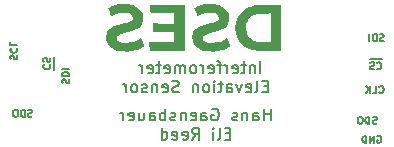
<source format=gbr>
%TF.GenerationSoftware,KiCad,Pcbnew,7.0.1*%
%TF.CreationDate,2023-06-05T17:33:29-04:00*%
%TF.ProjectId,elevation-imu,656c6576-6174-4696-9f6e-2d696d752e6b,rev?*%
%TF.SameCoordinates,Original*%
%TF.FileFunction,Legend,Bot*%
%TF.FilePolarity,Positive*%
%FSLAX46Y46*%
G04 Gerber Fmt 4.6, Leading zero omitted, Abs format (unit mm)*
G04 Created by KiCad (PCBNEW 7.0.1) date 2023-06-05 17:33:29*
%MOMM*%
%LPD*%
G01*
G04 APERTURE LIST*
%ADD10C,0.150000*%
G04 APERTURE END LIST*
D10*
X136742857Y-120355142D02*
X136800000Y-120326571D01*
X136800000Y-120326571D02*
X136885714Y-120326571D01*
X136885714Y-120326571D02*
X136971428Y-120355142D01*
X136971428Y-120355142D02*
X137028571Y-120412285D01*
X137028571Y-120412285D02*
X137057142Y-120469428D01*
X137057142Y-120469428D02*
X137085714Y-120583714D01*
X137085714Y-120583714D02*
X137085714Y-120669428D01*
X137085714Y-120669428D02*
X137057142Y-120783714D01*
X137057142Y-120783714D02*
X137028571Y-120840857D01*
X137028571Y-120840857D02*
X136971428Y-120898000D01*
X136971428Y-120898000D02*
X136885714Y-120926571D01*
X136885714Y-120926571D02*
X136828571Y-120926571D01*
X136828571Y-120926571D02*
X136742857Y-120898000D01*
X136742857Y-120898000D02*
X136714285Y-120869428D01*
X136714285Y-120869428D02*
X136714285Y-120669428D01*
X136714285Y-120669428D02*
X136828571Y-120669428D01*
X136457142Y-120926571D02*
X136457142Y-120326571D01*
X136457142Y-120326571D02*
X136114285Y-120926571D01*
X136114285Y-120926571D02*
X136114285Y-120326571D01*
X135828571Y-120926571D02*
X135828571Y-120326571D01*
X135828571Y-120326571D02*
X135685714Y-120326571D01*
X135685714Y-120326571D02*
X135600000Y-120355142D01*
X135600000Y-120355142D02*
X135542857Y-120412285D01*
X135542857Y-120412285D02*
X135514286Y-120469428D01*
X135514286Y-120469428D02*
X135485714Y-120583714D01*
X135485714Y-120583714D02*
X135485714Y-120669428D01*
X135485714Y-120669428D02*
X135514286Y-120783714D01*
X135514286Y-120783714D02*
X135542857Y-120840857D01*
X135542857Y-120840857D02*
X135600000Y-120898000D01*
X135600000Y-120898000D02*
X135685714Y-120926571D01*
X135685714Y-120926571D02*
X135828571Y-120926571D01*
X136685714Y-119298000D02*
X136600000Y-119326571D01*
X136600000Y-119326571D02*
X136457142Y-119326571D01*
X136457142Y-119326571D02*
X136400000Y-119298000D01*
X136400000Y-119298000D02*
X136371428Y-119269428D01*
X136371428Y-119269428D02*
X136342857Y-119212285D01*
X136342857Y-119212285D02*
X136342857Y-119155142D01*
X136342857Y-119155142D02*
X136371428Y-119098000D01*
X136371428Y-119098000D02*
X136400000Y-119069428D01*
X136400000Y-119069428D02*
X136457142Y-119040857D01*
X136457142Y-119040857D02*
X136571428Y-119012285D01*
X136571428Y-119012285D02*
X136628571Y-118983714D01*
X136628571Y-118983714D02*
X136657142Y-118955142D01*
X136657142Y-118955142D02*
X136685714Y-118898000D01*
X136685714Y-118898000D02*
X136685714Y-118840857D01*
X136685714Y-118840857D02*
X136657142Y-118783714D01*
X136657142Y-118783714D02*
X136628571Y-118755142D01*
X136628571Y-118755142D02*
X136571428Y-118726571D01*
X136571428Y-118726571D02*
X136428571Y-118726571D01*
X136428571Y-118726571D02*
X136342857Y-118755142D01*
X136085713Y-119326571D02*
X136085713Y-118726571D01*
X136085713Y-118726571D02*
X135942856Y-118726571D01*
X135942856Y-118726571D02*
X135857142Y-118755142D01*
X135857142Y-118755142D02*
X135799999Y-118812285D01*
X135799999Y-118812285D02*
X135771428Y-118869428D01*
X135771428Y-118869428D02*
X135742856Y-118983714D01*
X135742856Y-118983714D02*
X135742856Y-119069428D01*
X135742856Y-119069428D02*
X135771428Y-119183714D01*
X135771428Y-119183714D02*
X135799999Y-119240857D01*
X135799999Y-119240857D02*
X135857142Y-119298000D01*
X135857142Y-119298000D02*
X135942856Y-119326571D01*
X135942856Y-119326571D02*
X136085713Y-119326571D01*
X135371428Y-118726571D02*
X135257142Y-118726571D01*
X135257142Y-118726571D02*
X135199999Y-118755142D01*
X135199999Y-118755142D02*
X135142856Y-118812285D01*
X135142856Y-118812285D02*
X135114285Y-118926571D01*
X135114285Y-118926571D02*
X135114285Y-119126571D01*
X135114285Y-119126571D02*
X135142856Y-119240857D01*
X135142856Y-119240857D02*
X135199999Y-119298000D01*
X135199999Y-119298000D02*
X135257142Y-119326571D01*
X135257142Y-119326571D02*
X135371428Y-119326571D01*
X135371428Y-119326571D02*
X135428571Y-119298000D01*
X135428571Y-119298000D02*
X135485713Y-119240857D01*
X135485713Y-119240857D02*
X135514285Y-119126571D01*
X135514285Y-119126571D02*
X135514285Y-118926571D01*
X135514285Y-118926571D02*
X135485713Y-118812285D01*
X135485713Y-118812285D02*
X135428571Y-118755142D01*
X135428571Y-118755142D02*
X135371428Y-118726571D01*
X136914285Y-116669428D02*
X136942857Y-116698000D01*
X136942857Y-116698000D02*
X137028571Y-116726571D01*
X137028571Y-116726571D02*
X137085714Y-116726571D01*
X137085714Y-116726571D02*
X137171428Y-116698000D01*
X137171428Y-116698000D02*
X137228571Y-116640857D01*
X137228571Y-116640857D02*
X137257142Y-116583714D01*
X137257142Y-116583714D02*
X137285714Y-116469428D01*
X137285714Y-116469428D02*
X137285714Y-116383714D01*
X137285714Y-116383714D02*
X137257142Y-116269428D01*
X137257142Y-116269428D02*
X137228571Y-116212285D01*
X137228571Y-116212285D02*
X137171428Y-116155142D01*
X137171428Y-116155142D02*
X137085714Y-116126571D01*
X137085714Y-116126571D02*
X137028571Y-116126571D01*
X137028571Y-116126571D02*
X136942857Y-116155142D01*
X136942857Y-116155142D02*
X136914285Y-116183714D01*
X136371428Y-116726571D02*
X136657142Y-116726571D01*
X136657142Y-116726571D02*
X136657142Y-116126571D01*
X136171428Y-116726571D02*
X136171428Y-116126571D01*
X135828571Y-116726571D02*
X136085714Y-116383714D01*
X135828571Y-116126571D02*
X136171428Y-116469428D01*
X136714285Y-114669428D02*
X136742857Y-114698000D01*
X136742857Y-114698000D02*
X136828571Y-114726571D01*
X136828571Y-114726571D02*
X136885714Y-114726571D01*
X136885714Y-114726571D02*
X136971428Y-114698000D01*
X136971428Y-114698000D02*
X137028571Y-114640857D01*
X137028571Y-114640857D02*
X137057142Y-114583714D01*
X137057142Y-114583714D02*
X137085714Y-114469428D01*
X137085714Y-114469428D02*
X137085714Y-114383714D01*
X137085714Y-114383714D02*
X137057142Y-114269428D01*
X137057142Y-114269428D02*
X137028571Y-114212285D01*
X137028571Y-114212285D02*
X136971428Y-114155142D01*
X136971428Y-114155142D02*
X136885714Y-114126571D01*
X136885714Y-114126571D02*
X136828571Y-114126571D01*
X136828571Y-114126571D02*
X136742857Y-114155142D01*
X136742857Y-114155142D02*
X136714285Y-114183714D01*
X136485714Y-114698000D02*
X136400000Y-114726571D01*
X136400000Y-114726571D02*
X136257142Y-114726571D01*
X136257142Y-114726571D02*
X136200000Y-114698000D01*
X136200000Y-114698000D02*
X136171428Y-114669428D01*
X136171428Y-114669428D02*
X136142857Y-114612285D01*
X136142857Y-114612285D02*
X136142857Y-114555142D01*
X136142857Y-114555142D02*
X136171428Y-114498000D01*
X136171428Y-114498000D02*
X136200000Y-114469428D01*
X136200000Y-114469428D02*
X136257142Y-114440857D01*
X136257142Y-114440857D02*
X136371428Y-114412285D01*
X136371428Y-114412285D02*
X136428571Y-114383714D01*
X136428571Y-114383714D02*
X136457142Y-114355142D01*
X136457142Y-114355142D02*
X136485714Y-114298000D01*
X136485714Y-114298000D02*
X136485714Y-114240857D01*
X136485714Y-114240857D02*
X136457142Y-114183714D01*
X136457142Y-114183714D02*
X136428571Y-114155142D01*
X136428571Y-114155142D02*
X136371428Y-114126571D01*
X136371428Y-114126571D02*
X136228571Y-114126571D01*
X136228571Y-114126571D02*
X136142857Y-114155142D01*
X137140000Y-113858000D02*
X136088571Y-113858000D01*
X137285714Y-112298000D02*
X137200000Y-112326571D01*
X137200000Y-112326571D02*
X137057142Y-112326571D01*
X137057142Y-112326571D02*
X137000000Y-112298000D01*
X137000000Y-112298000D02*
X136971428Y-112269428D01*
X136971428Y-112269428D02*
X136942857Y-112212285D01*
X136942857Y-112212285D02*
X136942857Y-112155142D01*
X136942857Y-112155142D02*
X136971428Y-112098000D01*
X136971428Y-112098000D02*
X137000000Y-112069428D01*
X137000000Y-112069428D02*
X137057142Y-112040857D01*
X137057142Y-112040857D02*
X137171428Y-112012285D01*
X137171428Y-112012285D02*
X137228571Y-111983714D01*
X137228571Y-111983714D02*
X137257142Y-111955142D01*
X137257142Y-111955142D02*
X137285714Y-111898000D01*
X137285714Y-111898000D02*
X137285714Y-111840857D01*
X137285714Y-111840857D02*
X137257142Y-111783714D01*
X137257142Y-111783714D02*
X137228571Y-111755142D01*
X137228571Y-111755142D02*
X137171428Y-111726571D01*
X137171428Y-111726571D02*
X137028571Y-111726571D01*
X137028571Y-111726571D02*
X136942857Y-111755142D01*
X136685713Y-112326571D02*
X136685713Y-111726571D01*
X136685713Y-111726571D02*
X136542856Y-111726571D01*
X136542856Y-111726571D02*
X136457142Y-111755142D01*
X136457142Y-111755142D02*
X136399999Y-111812285D01*
X136399999Y-111812285D02*
X136371428Y-111869428D01*
X136371428Y-111869428D02*
X136342856Y-111983714D01*
X136342856Y-111983714D02*
X136342856Y-112069428D01*
X136342856Y-112069428D02*
X136371428Y-112183714D01*
X136371428Y-112183714D02*
X136399999Y-112240857D01*
X136399999Y-112240857D02*
X136457142Y-112298000D01*
X136457142Y-112298000D02*
X136542856Y-112326571D01*
X136542856Y-112326571D02*
X136685713Y-112326571D01*
X136085713Y-112326571D02*
X136085713Y-111726571D01*
X107485714Y-118698000D02*
X107400000Y-118726571D01*
X107400000Y-118726571D02*
X107257142Y-118726571D01*
X107257142Y-118726571D02*
X107200000Y-118698000D01*
X107200000Y-118698000D02*
X107171428Y-118669428D01*
X107171428Y-118669428D02*
X107142857Y-118612285D01*
X107142857Y-118612285D02*
X107142857Y-118555142D01*
X107142857Y-118555142D02*
X107171428Y-118498000D01*
X107171428Y-118498000D02*
X107200000Y-118469428D01*
X107200000Y-118469428D02*
X107257142Y-118440857D01*
X107257142Y-118440857D02*
X107371428Y-118412285D01*
X107371428Y-118412285D02*
X107428571Y-118383714D01*
X107428571Y-118383714D02*
X107457142Y-118355142D01*
X107457142Y-118355142D02*
X107485714Y-118298000D01*
X107485714Y-118298000D02*
X107485714Y-118240857D01*
X107485714Y-118240857D02*
X107457142Y-118183714D01*
X107457142Y-118183714D02*
X107428571Y-118155142D01*
X107428571Y-118155142D02*
X107371428Y-118126571D01*
X107371428Y-118126571D02*
X107228571Y-118126571D01*
X107228571Y-118126571D02*
X107142857Y-118155142D01*
X106885713Y-118726571D02*
X106885713Y-118126571D01*
X106885713Y-118126571D02*
X106742856Y-118126571D01*
X106742856Y-118126571D02*
X106657142Y-118155142D01*
X106657142Y-118155142D02*
X106599999Y-118212285D01*
X106599999Y-118212285D02*
X106571428Y-118269428D01*
X106571428Y-118269428D02*
X106542856Y-118383714D01*
X106542856Y-118383714D02*
X106542856Y-118469428D01*
X106542856Y-118469428D02*
X106571428Y-118583714D01*
X106571428Y-118583714D02*
X106599999Y-118640857D01*
X106599999Y-118640857D02*
X106657142Y-118698000D01*
X106657142Y-118698000D02*
X106742856Y-118726571D01*
X106742856Y-118726571D02*
X106885713Y-118726571D01*
X106171428Y-118126571D02*
X106057142Y-118126571D01*
X106057142Y-118126571D02*
X105999999Y-118155142D01*
X105999999Y-118155142D02*
X105942856Y-118212285D01*
X105942856Y-118212285D02*
X105914285Y-118326571D01*
X105914285Y-118326571D02*
X105914285Y-118526571D01*
X105914285Y-118526571D02*
X105942856Y-118640857D01*
X105942856Y-118640857D02*
X105999999Y-118698000D01*
X105999999Y-118698000D02*
X106057142Y-118726571D01*
X106057142Y-118726571D02*
X106171428Y-118726571D01*
X106171428Y-118726571D02*
X106228571Y-118698000D01*
X106228571Y-118698000D02*
X106285713Y-118640857D01*
X106285713Y-118640857D02*
X106314285Y-118526571D01*
X106314285Y-118526571D02*
X106314285Y-118326571D01*
X106314285Y-118326571D02*
X106285713Y-118212285D01*
X106285713Y-118212285D02*
X106228571Y-118155142D01*
X106228571Y-118155142D02*
X106171428Y-118126571D01*
X110102000Y-115885714D02*
X110073428Y-115800000D01*
X110073428Y-115800000D02*
X110073428Y-115657142D01*
X110073428Y-115657142D02*
X110102000Y-115600000D01*
X110102000Y-115600000D02*
X110130571Y-115571428D01*
X110130571Y-115571428D02*
X110187714Y-115542857D01*
X110187714Y-115542857D02*
X110244857Y-115542857D01*
X110244857Y-115542857D02*
X110302000Y-115571428D01*
X110302000Y-115571428D02*
X110330571Y-115600000D01*
X110330571Y-115600000D02*
X110359142Y-115657142D01*
X110359142Y-115657142D02*
X110387714Y-115771428D01*
X110387714Y-115771428D02*
X110416285Y-115828571D01*
X110416285Y-115828571D02*
X110444857Y-115857142D01*
X110444857Y-115857142D02*
X110502000Y-115885714D01*
X110502000Y-115885714D02*
X110559142Y-115885714D01*
X110559142Y-115885714D02*
X110616285Y-115857142D01*
X110616285Y-115857142D02*
X110644857Y-115828571D01*
X110644857Y-115828571D02*
X110673428Y-115771428D01*
X110673428Y-115771428D02*
X110673428Y-115628571D01*
X110673428Y-115628571D02*
X110644857Y-115542857D01*
X110073428Y-115285713D02*
X110673428Y-115285713D01*
X110673428Y-115285713D02*
X110673428Y-115142856D01*
X110673428Y-115142856D02*
X110644857Y-115057142D01*
X110644857Y-115057142D02*
X110587714Y-114999999D01*
X110587714Y-114999999D02*
X110530571Y-114971428D01*
X110530571Y-114971428D02*
X110416285Y-114942856D01*
X110416285Y-114942856D02*
X110330571Y-114942856D01*
X110330571Y-114942856D02*
X110216285Y-114971428D01*
X110216285Y-114971428D02*
X110159142Y-114999999D01*
X110159142Y-114999999D02*
X110102000Y-115057142D01*
X110102000Y-115057142D02*
X110073428Y-115142856D01*
X110073428Y-115142856D02*
X110073428Y-115285713D01*
X110073428Y-114685713D02*
X110673428Y-114685713D01*
X108530571Y-114314285D02*
X108502000Y-114342857D01*
X108502000Y-114342857D02*
X108473428Y-114428571D01*
X108473428Y-114428571D02*
X108473428Y-114485714D01*
X108473428Y-114485714D02*
X108502000Y-114571428D01*
X108502000Y-114571428D02*
X108559142Y-114628571D01*
X108559142Y-114628571D02*
X108616285Y-114657142D01*
X108616285Y-114657142D02*
X108730571Y-114685714D01*
X108730571Y-114685714D02*
X108816285Y-114685714D01*
X108816285Y-114685714D02*
X108930571Y-114657142D01*
X108930571Y-114657142D02*
X108987714Y-114628571D01*
X108987714Y-114628571D02*
X109044857Y-114571428D01*
X109044857Y-114571428D02*
X109073428Y-114485714D01*
X109073428Y-114485714D02*
X109073428Y-114428571D01*
X109073428Y-114428571D02*
X109044857Y-114342857D01*
X109044857Y-114342857D02*
X109016285Y-114314285D01*
X108502000Y-114085714D02*
X108473428Y-114000000D01*
X108473428Y-114000000D02*
X108473428Y-113857142D01*
X108473428Y-113857142D02*
X108502000Y-113800000D01*
X108502000Y-113800000D02*
X108530571Y-113771428D01*
X108530571Y-113771428D02*
X108587714Y-113742857D01*
X108587714Y-113742857D02*
X108644857Y-113742857D01*
X108644857Y-113742857D02*
X108702000Y-113771428D01*
X108702000Y-113771428D02*
X108730571Y-113800000D01*
X108730571Y-113800000D02*
X108759142Y-113857142D01*
X108759142Y-113857142D02*
X108787714Y-113971428D01*
X108787714Y-113971428D02*
X108816285Y-114028571D01*
X108816285Y-114028571D02*
X108844857Y-114057142D01*
X108844857Y-114057142D02*
X108902000Y-114085714D01*
X108902000Y-114085714D02*
X108959142Y-114085714D01*
X108959142Y-114085714D02*
X109016285Y-114057142D01*
X109016285Y-114057142D02*
X109044857Y-114028571D01*
X109044857Y-114028571D02*
X109073428Y-113971428D01*
X109073428Y-113971428D02*
X109073428Y-113828571D01*
X109073428Y-113828571D02*
X109044857Y-113742857D01*
X109342000Y-114740000D02*
X109342000Y-113688571D01*
X105702000Y-113885714D02*
X105673428Y-113800000D01*
X105673428Y-113800000D02*
X105673428Y-113657142D01*
X105673428Y-113657142D02*
X105702000Y-113600000D01*
X105702000Y-113600000D02*
X105730571Y-113571428D01*
X105730571Y-113571428D02*
X105787714Y-113542857D01*
X105787714Y-113542857D02*
X105844857Y-113542857D01*
X105844857Y-113542857D02*
X105902000Y-113571428D01*
X105902000Y-113571428D02*
X105930571Y-113600000D01*
X105930571Y-113600000D02*
X105959142Y-113657142D01*
X105959142Y-113657142D02*
X105987714Y-113771428D01*
X105987714Y-113771428D02*
X106016285Y-113828571D01*
X106016285Y-113828571D02*
X106044857Y-113857142D01*
X106044857Y-113857142D02*
X106102000Y-113885714D01*
X106102000Y-113885714D02*
X106159142Y-113885714D01*
X106159142Y-113885714D02*
X106216285Y-113857142D01*
X106216285Y-113857142D02*
X106244857Y-113828571D01*
X106244857Y-113828571D02*
X106273428Y-113771428D01*
X106273428Y-113771428D02*
X106273428Y-113628571D01*
X106273428Y-113628571D02*
X106244857Y-113542857D01*
X105730571Y-112942856D02*
X105702000Y-112971428D01*
X105702000Y-112971428D02*
X105673428Y-113057142D01*
X105673428Y-113057142D02*
X105673428Y-113114285D01*
X105673428Y-113114285D02*
X105702000Y-113199999D01*
X105702000Y-113199999D02*
X105759142Y-113257142D01*
X105759142Y-113257142D02*
X105816285Y-113285713D01*
X105816285Y-113285713D02*
X105930571Y-113314285D01*
X105930571Y-113314285D02*
X106016285Y-113314285D01*
X106016285Y-113314285D02*
X106130571Y-113285713D01*
X106130571Y-113285713D02*
X106187714Y-113257142D01*
X106187714Y-113257142D02*
X106244857Y-113199999D01*
X106244857Y-113199999D02*
X106273428Y-113114285D01*
X106273428Y-113114285D02*
X106273428Y-113057142D01*
X106273428Y-113057142D02*
X106244857Y-112971428D01*
X106244857Y-112971428D02*
X106216285Y-112942856D01*
X105673428Y-112399999D02*
X105673428Y-112685713D01*
X105673428Y-112685713D02*
X106273428Y-112685713D01*
X126852381Y-115052619D02*
X126852381Y-114052619D01*
X126376191Y-114385952D02*
X126376191Y-115052619D01*
X126376191Y-114481190D02*
X126328572Y-114433571D01*
X126328572Y-114433571D02*
X126233334Y-114385952D01*
X126233334Y-114385952D02*
X126090477Y-114385952D01*
X126090477Y-114385952D02*
X125995239Y-114433571D01*
X125995239Y-114433571D02*
X125947620Y-114528809D01*
X125947620Y-114528809D02*
X125947620Y-115052619D01*
X125614286Y-114385952D02*
X125233334Y-114385952D01*
X125471429Y-114052619D02*
X125471429Y-114909761D01*
X125471429Y-114909761D02*
X125423810Y-115005000D01*
X125423810Y-115005000D02*
X125328572Y-115052619D01*
X125328572Y-115052619D02*
X125233334Y-115052619D01*
X124519048Y-115005000D02*
X124614286Y-115052619D01*
X124614286Y-115052619D02*
X124804762Y-115052619D01*
X124804762Y-115052619D02*
X124900000Y-115005000D01*
X124900000Y-115005000D02*
X124947619Y-114909761D01*
X124947619Y-114909761D02*
X124947619Y-114528809D01*
X124947619Y-114528809D02*
X124900000Y-114433571D01*
X124900000Y-114433571D02*
X124804762Y-114385952D01*
X124804762Y-114385952D02*
X124614286Y-114385952D01*
X124614286Y-114385952D02*
X124519048Y-114433571D01*
X124519048Y-114433571D02*
X124471429Y-114528809D01*
X124471429Y-114528809D02*
X124471429Y-114624047D01*
X124471429Y-114624047D02*
X124947619Y-114719285D01*
X124042857Y-115052619D02*
X124042857Y-114385952D01*
X124042857Y-114576428D02*
X123995238Y-114481190D01*
X123995238Y-114481190D02*
X123947619Y-114433571D01*
X123947619Y-114433571D02*
X123852381Y-114385952D01*
X123852381Y-114385952D02*
X123757143Y-114385952D01*
X123566666Y-114385952D02*
X123185714Y-114385952D01*
X123423809Y-115052619D02*
X123423809Y-114195476D01*
X123423809Y-114195476D02*
X123376190Y-114100238D01*
X123376190Y-114100238D02*
X123280952Y-114052619D01*
X123280952Y-114052619D02*
X123185714Y-114052619D01*
X122471428Y-115005000D02*
X122566666Y-115052619D01*
X122566666Y-115052619D02*
X122757142Y-115052619D01*
X122757142Y-115052619D02*
X122852380Y-115005000D01*
X122852380Y-115005000D02*
X122899999Y-114909761D01*
X122899999Y-114909761D02*
X122899999Y-114528809D01*
X122899999Y-114528809D02*
X122852380Y-114433571D01*
X122852380Y-114433571D02*
X122757142Y-114385952D01*
X122757142Y-114385952D02*
X122566666Y-114385952D01*
X122566666Y-114385952D02*
X122471428Y-114433571D01*
X122471428Y-114433571D02*
X122423809Y-114528809D01*
X122423809Y-114528809D02*
X122423809Y-114624047D01*
X122423809Y-114624047D02*
X122899999Y-114719285D01*
X121995237Y-115052619D02*
X121995237Y-114385952D01*
X121995237Y-114576428D02*
X121947618Y-114481190D01*
X121947618Y-114481190D02*
X121899999Y-114433571D01*
X121899999Y-114433571D02*
X121804761Y-114385952D01*
X121804761Y-114385952D02*
X121709523Y-114385952D01*
X121233332Y-115052619D02*
X121328570Y-115005000D01*
X121328570Y-115005000D02*
X121376189Y-114957380D01*
X121376189Y-114957380D02*
X121423808Y-114862142D01*
X121423808Y-114862142D02*
X121423808Y-114576428D01*
X121423808Y-114576428D02*
X121376189Y-114481190D01*
X121376189Y-114481190D02*
X121328570Y-114433571D01*
X121328570Y-114433571D02*
X121233332Y-114385952D01*
X121233332Y-114385952D02*
X121090475Y-114385952D01*
X121090475Y-114385952D02*
X120995237Y-114433571D01*
X120995237Y-114433571D02*
X120947618Y-114481190D01*
X120947618Y-114481190D02*
X120899999Y-114576428D01*
X120899999Y-114576428D02*
X120899999Y-114862142D01*
X120899999Y-114862142D02*
X120947618Y-114957380D01*
X120947618Y-114957380D02*
X120995237Y-115005000D01*
X120995237Y-115005000D02*
X121090475Y-115052619D01*
X121090475Y-115052619D02*
X121233332Y-115052619D01*
X120471427Y-115052619D02*
X120471427Y-114385952D01*
X120471427Y-114481190D02*
X120423808Y-114433571D01*
X120423808Y-114433571D02*
X120328570Y-114385952D01*
X120328570Y-114385952D02*
X120185713Y-114385952D01*
X120185713Y-114385952D02*
X120090475Y-114433571D01*
X120090475Y-114433571D02*
X120042856Y-114528809D01*
X120042856Y-114528809D02*
X120042856Y-115052619D01*
X120042856Y-114528809D02*
X119995237Y-114433571D01*
X119995237Y-114433571D02*
X119899999Y-114385952D01*
X119899999Y-114385952D02*
X119757142Y-114385952D01*
X119757142Y-114385952D02*
X119661903Y-114433571D01*
X119661903Y-114433571D02*
X119614284Y-114528809D01*
X119614284Y-114528809D02*
X119614284Y-115052619D01*
X118757142Y-115005000D02*
X118852380Y-115052619D01*
X118852380Y-115052619D02*
X119042856Y-115052619D01*
X119042856Y-115052619D02*
X119138094Y-115005000D01*
X119138094Y-115005000D02*
X119185713Y-114909761D01*
X119185713Y-114909761D02*
X119185713Y-114528809D01*
X119185713Y-114528809D02*
X119138094Y-114433571D01*
X119138094Y-114433571D02*
X119042856Y-114385952D01*
X119042856Y-114385952D02*
X118852380Y-114385952D01*
X118852380Y-114385952D02*
X118757142Y-114433571D01*
X118757142Y-114433571D02*
X118709523Y-114528809D01*
X118709523Y-114528809D02*
X118709523Y-114624047D01*
X118709523Y-114624047D02*
X119185713Y-114719285D01*
X118423808Y-114385952D02*
X118042856Y-114385952D01*
X118280951Y-114052619D02*
X118280951Y-114909761D01*
X118280951Y-114909761D02*
X118233332Y-115005000D01*
X118233332Y-115005000D02*
X118138094Y-115052619D01*
X118138094Y-115052619D02*
X118042856Y-115052619D01*
X117328570Y-115005000D02*
X117423808Y-115052619D01*
X117423808Y-115052619D02*
X117614284Y-115052619D01*
X117614284Y-115052619D02*
X117709522Y-115005000D01*
X117709522Y-115005000D02*
X117757141Y-114909761D01*
X117757141Y-114909761D02*
X117757141Y-114528809D01*
X117757141Y-114528809D02*
X117709522Y-114433571D01*
X117709522Y-114433571D02*
X117614284Y-114385952D01*
X117614284Y-114385952D02*
X117423808Y-114385952D01*
X117423808Y-114385952D02*
X117328570Y-114433571D01*
X117328570Y-114433571D02*
X117280951Y-114528809D01*
X117280951Y-114528809D02*
X117280951Y-114624047D01*
X117280951Y-114624047D02*
X117757141Y-114719285D01*
X116852379Y-115052619D02*
X116852379Y-114385952D01*
X116852379Y-114576428D02*
X116804760Y-114481190D01*
X116804760Y-114481190D02*
X116757141Y-114433571D01*
X116757141Y-114433571D02*
X116661903Y-114385952D01*
X116661903Y-114385952D02*
X116566665Y-114385952D01*
X127471429Y-116148809D02*
X127138096Y-116148809D01*
X126995239Y-116672619D02*
X127471429Y-116672619D01*
X127471429Y-116672619D02*
X127471429Y-115672619D01*
X127471429Y-115672619D02*
X126995239Y-115672619D01*
X126423810Y-116672619D02*
X126519048Y-116625000D01*
X126519048Y-116625000D02*
X126566667Y-116529761D01*
X126566667Y-116529761D02*
X126566667Y-115672619D01*
X125661905Y-116625000D02*
X125757143Y-116672619D01*
X125757143Y-116672619D02*
X125947619Y-116672619D01*
X125947619Y-116672619D02*
X126042857Y-116625000D01*
X126042857Y-116625000D02*
X126090476Y-116529761D01*
X126090476Y-116529761D02*
X126090476Y-116148809D01*
X126090476Y-116148809D02*
X126042857Y-116053571D01*
X126042857Y-116053571D02*
X125947619Y-116005952D01*
X125947619Y-116005952D02*
X125757143Y-116005952D01*
X125757143Y-116005952D02*
X125661905Y-116053571D01*
X125661905Y-116053571D02*
X125614286Y-116148809D01*
X125614286Y-116148809D02*
X125614286Y-116244047D01*
X125614286Y-116244047D02*
X126090476Y-116339285D01*
X125280952Y-116005952D02*
X125042857Y-116672619D01*
X125042857Y-116672619D02*
X124804762Y-116005952D01*
X123995238Y-116672619D02*
X123995238Y-116148809D01*
X123995238Y-116148809D02*
X124042857Y-116053571D01*
X124042857Y-116053571D02*
X124138095Y-116005952D01*
X124138095Y-116005952D02*
X124328571Y-116005952D01*
X124328571Y-116005952D02*
X124423809Y-116053571D01*
X123995238Y-116625000D02*
X124090476Y-116672619D01*
X124090476Y-116672619D02*
X124328571Y-116672619D01*
X124328571Y-116672619D02*
X124423809Y-116625000D01*
X124423809Y-116625000D02*
X124471428Y-116529761D01*
X124471428Y-116529761D02*
X124471428Y-116434523D01*
X124471428Y-116434523D02*
X124423809Y-116339285D01*
X124423809Y-116339285D02*
X124328571Y-116291666D01*
X124328571Y-116291666D02*
X124090476Y-116291666D01*
X124090476Y-116291666D02*
X123995238Y-116244047D01*
X123661904Y-116005952D02*
X123280952Y-116005952D01*
X123519047Y-115672619D02*
X123519047Y-116529761D01*
X123519047Y-116529761D02*
X123471428Y-116625000D01*
X123471428Y-116625000D02*
X123376190Y-116672619D01*
X123376190Y-116672619D02*
X123280952Y-116672619D01*
X122947618Y-116672619D02*
X122947618Y-116005952D01*
X122947618Y-115672619D02*
X122995237Y-115720238D01*
X122995237Y-115720238D02*
X122947618Y-115767857D01*
X122947618Y-115767857D02*
X122899999Y-115720238D01*
X122899999Y-115720238D02*
X122947618Y-115672619D01*
X122947618Y-115672619D02*
X122947618Y-115767857D01*
X122328571Y-116672619D02*
X122423809Y-116625000D01*
X122423809Y-116625000D02*
X122471428Y-116577380D01*
X122471428Y-116577380D02*
X122519047Y-116482142D01*
X122519047Y-116482142D02*
X122519047Y-116196428D01*
X122519047Y-116196428D02*
X122471428Y-116101190D01*
X122471428Y-116101190D02*
X122423809Y-116053571D01*
X122423809Y-116053571D02*
X122328571Y-116005952D01*
X122328571Y-116005952D02*
X122185714Y-116005952D01*
X122185714Y-116005952D02*
X122090476Y-116053571D01*
X122090476Y-116053571D02*
X122042857Y-116101190D01*
X122042857Y-116101190D02*
X121995238Y-116196428D01*
X121995238Y-116196428D02*
X121995238Y-116482142D01*
X121995238Y-116482142D02*
X122042857Y-116577380D01*
X122042857Y-116577380D02*
X122090476Y-116625000D01*
X122090476Y-116625000D02*
X122185714Y-116672619D01*
X122185714Y-116672619D02*
X122328571Y-116672619D01*
X121566666Y-116005952D02*
X121566666Y-116672619D01*
X121566666Y-116101190D02*
X121519047Y-116053571D01*
X121519047Y-116053571D02*
X121423809Y-116005952D01*
X121423809Y-116005952D02*
X121280952Y-116005952D01*
X121280952Y-116005952D02*
X121185714Y-116053571D01*
X121185714Y-116053571D02*
X121138095Y-116148809D01*
X121138095Y-116148809D02*
X121138095Y-116672619D01*
X119947618Y-116625000D02*
X119804761Y-116672619D01*
X119804761Y-116672619D02*
X119566666Y-116672619D01*
X119566666Y-116672619D02*
X119471428Y-116625000D01*
X119471428Y-116625000D02*
X119423809Y-116577380D01*
X119423809Y-116577380D02*
X119376190Y-116482142D01*
X119376190Y-116482142D02*
X119376190Y-116386904D01*
X119376190Y-116386904D02*
X119423809Y-116291666D01*
X119423809Y-116291666D02*
X119471428Y-116244047D01*
X119471428Y-116244047D02*
X119566666Y-116196428D01*
X119566666Y-116196428D02*
X119757142Y-116148809D01*
X119757142Y-116148809D02*
X119852380Y-116101190D01*
X119852380Y-116101190D02*
X119899999Y-116053571D01*
X119899999Y-116053571D02*
X119947618Y-115958333D01*
X119947618Y-115958333D02*
X119947618Y-115863095D01*
X119947618Y-115863095D02*
X119899999Y-115767857D01*
X119899999Y-115767857D02*
X119852380Y-115720238D01*
X119852380Y-115720238D02*
X119757142Y-115672619D01*
X119757142Y-115672619D02*
X119519047Y-115672619D01*
X119519047Y-115672619D02*
X119376190Y-115720238D01*
X118566666Y-116625000D02*
X118661904Y-116672619D01*
X118661904Y-116672619D02*
X118852380Y-116672619D01*
X118852380Y-116672619D02*
X118947618Y-116625000D01*
X118947618Y-116625000D02*
X118995237Y-116529761D01*
X118995237Y-116529761D02*
X118995237Y-116148809D01*
X118995237Y-116148809D02*
X118947618Y-116053571D01*
X118947618Y-116053571D02*
X118852380Y-116005952D01*
X118852380Y-116005952D02*
X118661904Y-116005952D01*
X118661904Y-116005952D02*
X118566666Y-116053571D01*
X118566666Y-116053571D02*
X118519047Y-116148809D01*
X118519047Y-116148809D02*
X118519047Y-116244047D01*
X118519047Y-116244047D02*
X118995237Y-116339285D01*
X118090475Y-116005952D02*
X118090475Y-116672619D01*
X118090475Y-116101190D02*
X118042856Y-116053571D01*
X118042856Y-116053571D02*
X117947618Y-116005952D01*
X117947618Y-116005952D02*
X117804761Y-116005952D01*
X117804761Y-116005952D02*
X117709523Y-116053571D01*
X117709523Y-116053571D02*
X117661904Y-116148809D01*
X117661904Y-116148809D02*
X117661904Y-116672619D01*
X117233332Y-116625000D02*
X117138094Y-116672619D01*
X117138094Y-116672619D02*
X116947618Y-116672619D01*
X116947618Y-116672619D02*
X116852380Y-116625000D01*
X116852380Y-116625000D02*
X116804761Y-116529761D01*
X116804761Y-116529761D02*
X116804761Y-116482142D01*
X116804761Y-116482142D02*
X116852380Y-116386904D01*
X116852380Y-116386904D02*
X116947618Y-116339285D01*
X116947618Y-116339285D02*
X117090475Y-116339285D01*
X117090475Y-116339285D02*
X117185713Y-116291666D01*
X117185713Y-116291666D02*
X117233332Y-116196428D01*
X117233332Y-116196428D02*
X117233332Y-116148809D01*
X117233332Y-116148809D02*
X117185713Y-116053571D01*
X117185713Y-116053571D02*
X117090475Y-116005952D01*
X117090475Y-116005952D02*
X116947618Y-116005952D01*
X116947618Y-116005952D02*
X116852380Y-116053571D01*
X116233332Y-116672619D02*
X116328570Y-116625000D01*
X116328570Y-116625000D02*
X116376189Y-116577380D01*
X116376189Y-116577380D02*
X116423808Y-116482142D01*
X116423808Y-116482142D02*
X116423808Y-116196428D01*
X116423808Y-116196428D02*
X116376189Y-116101190D01*
X116376189Y-116101190D02*
X116328570Y-116053571D01*
X116328570Y-116053571D02*
X116233332Y-116005952D01*
X116233332Y-116005952D02*
X116090475Y-116005952D01*
X116090475Y-116005952D02*
X115995237Y-116053571D01*
X115995237Y-116053571D02*
X115947618Y-116101190D01*
X115947618Y-116101190D02*
X115899999Y-116196428D01*
X115899999Y-116196428D02*
X115899999Y-116482142D01*
X115899999Y-116482142D02*
X115947618Y-116577380D01*
X115947618Y-116577380D02*
X115995237Y-116625000D01*
X115995237Y-116625000D02*
X116090475Y-116672619D01*
X116090475Y-116672619D02*
X116233332Y-116672619D01*
X115471427Y-116672619D02*
X115471427Y-116005952D01*
X115471427Y-116196428D02*
X115423808Y-116101190D01*
X115423808Y-116101190D02*
X115376189Y-116053571D01*
X115376189Y-116053571D02*
X115280951Y-116005952D01*
X115280951Y-116005952D02*
X115185713Y-116005952D01*
X127709524Y-119052619D02*
X127709524Y-118052619D01*
X127709524Y-118528809D02*
X127138096Y-118528809D01*
X127138096Y-119052619D02*
X127138096Y-118052619D01*
X126233334Y-119052619D02*
X126233334Y-118528809D01*
X126233334Y-118528809D02*
X126280953Y-118433571D01*
X126280953Y-118433571D02*
X126376191Y-118385952D01*
X126376191Y-118385952D02*
X126566667Y-118385952D01*
X126566667Y-118385952D02*
X126661905Y-118433571D01*
X126233334Y-119005000D02*
X126328572Y-119052619D01*
X126328572Y-119052619D02*
X126566667Y-119052619D01*
X126566667Y-119052619D02*
X126661905Y-119005000D01*
X126661905Y-119005000D02*
X126709524Y-118909761D01*
X126709524Y-118909761D02*
X126709524Y-118814523D01*
X126709524Y-118814523D02*
X126661905Y-118719285D01*
X126661905Y-118719285D02*
X126566667Y-118671666D01*
X126566667Y-118671666D02*
X126328572Y-118671666D01*
X126328572Y-118671666D02*
X126233334Y-118624047D01*
X125757143Y-118385952D02*
X125757143Y-119052619D01*
X125757143Y-118481190D02*
X125709524Y-118433571D01*
X125709524Y-118433571D02*
X125614286Y-118385952D01*
X125614286Y-118385952D02*
X125471429Y-118385952D01*
X125471429Y-118385952D02*
X125376191Y-118433571D01*
X125376191Y-118433571D02*
X125328572Y-118528809D01*
X125328572Y-118528809D02*
X125328572Y-119052619D01*
X124900000Y-119005000D02*
X124804762Y-119052619D01*
X124804762Y-119052619D02*
X124614286Y-119052619D01*
X124614286Y-119052619D02*
X124519048Y-119005000D01*
X124519048Y-119005000D02*
X124471429Y-118909761D01*
X124471429Y-118909761D02*
X124471429Y-118862142D01*
X124471429Y-118862142D02*
X124519048Y-118766904D01*
X124519048Y-118766904D02*
X124614286Y-118719285D01*
X124614286Y-118719285D02*
X124757143Y-118719285D01*
X124757143Y-118719285D02*
X124852381Y-118671666D01*
X124852381Y-118671666D02*
X124900000Y-118576428D01*
X124900000Y-118576428D02*
X124900000Y-118528809D01*
X124900000Y-118528809D02*
X124852381Y-118433571D01*
X124852381Y-118433571D02*
X124757143Y-118385952D01*
X124757143Y-118385952D02*
X124614286Y-118385952D01*
X124614286Y-118385952D02*
X124519048Y-118433571D01*
X122757143Y-118100238D02*
X122852381Y-118052619D01*
X122852381Y-118052619D02*
X122995238Y-118052619D01*
X122995238Y-118052619D02*
X123138095Y-118100238D01*
X123138095Y-118100238D02*
X123233333Y-118195476D01*
X123233333Y-118195476D02*
X123280952Y-118290714D01*
X123280952Y-118290714D02*
X123328571Y-118481190D01*
X123328571Y-118481190D02*
X123328571Y-118624047D01*
X123328571Y-118624047D02*
X123280952Y-118814523D01*
X123280952Y-118814523D02*
X123233333Y-118909761D01*
X123233333Y-118909761D02*
X123138095Y-119005000D01*
X123138095Y-119005000D02*
X122995238Y-119052619D01*
X122995238Y-119052619D02*
X122900000Y-119052619D01*
X122900000Y-119052619D02*
X122757143Y-119005000D01*
X122757143Y-119005000D02*
X122709524Y-118957380D01*
X122709524Y-118957380D02*
X122709524Y-118624047D01*
X122709524Y-118624047D02*
X122900000Y-118624047D01*
X121852381Y-119052619D02*
X121852381Y-118528809D01*
X121852381Y-118528809D02*
X121900000Y-118433571D01*
X121900000Y-118433571D02*
X121995238Y-118385952D01*
X121995238Y-118385952D02*
X122185714Y-118385952D01*
X122185714Y-118385952D02*
X122280952Y-118433571D01*
X121852381Y-119005000D02*
X121947619Y-119052619D01*
X121947619Y-119052619D02*
X122185714Y-119052619D01*
X122185714Y-119052619D02*
X122280952Y-119005000D01*
X122280952Y-119005000D02*
X122328571Y-118909761D01*
X122328571Y-118909761D02*
X122328571Y-118814523D01*
X122328571Y-118814523D02*
X122280952Y-118719285D01*
X122280952Y-118719285D02*
X122185714Y-118671666D01*
X122185714Y-118671666D02*
X121947619Y-118671666D01*
X121947619Y-118671666D02*
X121852381Y-118624047D01*
X120995238Y-119005000D02*
X121090476Y-119052619D01*
X121090476Y-119052619D02*
X121280952Y-119052619D01*
X121280952Y-119052619D02*
X121376190Y-119005000D01*
X121376190Y-119005000D02*
X121423809Y-118909761D01*
X121423809Y-118909761D02*
X121423809Y-118528809D01*
X121423809Y-118528809D02*
X121376190Y-118433571D01*
X121376190Y-118433571D02*
X121280952Y-118385952D01*
X121280952Y-118385952D02*
X121090476Y-118385952D01*
X121090476Y-118385952D02*
X120995238Y-118433571D01*
X120995238Y-118433571D02*
X120947619Y-118528809D01*
X120947619Y-118528809D02*
X120947619Y-118624047D01*
X120947619Y-118624047D02*
X121423809Y-118719285D01*
X120519047Y-118385952D02*
X120519047Y-119052619D01*
X120519047Y-118481190D02*
X120471428Y-118433571D01*
X120471428Y-118433571D02*
X120376190Y-118385952D01*
X120376190Y-118385952D02*
X120233333Y-118385952D01*
X120233333Y-118385952D02*
X120138095Y-118433571D01*
X120138095Y-118433571D02*
X120090476Y-118528809D01*
X120090476Y-118528809D02*
X120090476Y-119052619D01*
X119661904Y-119005000D02*
X119566666Y-119052619D01*
X119566666Y-119052619D02*
X119376190Y-119052619D01*
X119376190Y-119052619D02*
X119280952Y-119005000D01*
X119280952Y-119005000D02*
X119233333Y-118909761D01*
X119233333Y-118909761D02*
X119233333Y-118862142D01*
X119233333Y-118862142D02*
X119280952Y-118766904D01*
X119280952Y-118766904D02*
X119376190Y-118719285D01*
X119376190Y-118719285D02*
X119519047Y-118719285D01*
X119519047Y-118719285D02*
X119614285Y-118671666D01*
X119614285Y-118671666D02*
X119661904Y-118576428D01*
X119661904Y-118576428D02*
X119661904Y-118528809D01*
X119661904Y-118528809D02*
X119614285Y-118433571D01*
X119614285Y-118433571D02*
X119519047Y-118385952D01*
X119519047Y-118385952D02*
X119376190Y-118385952D01*
X119376190Y-118385952D02*
X119280952Y-118433571D01*
X118804761Y-119052619D02*
X118804761Y-118052619D01*
X118804761Y-118433571D02*
X118709523Y-118385952D01*
X118709523Y-118385952D02*
X118519047Y-118385952D01*
X118519047Y-118385952D02*
X118423809Y-118433571D01*
X118423809Y-118433571D02*
X118376190Y-118481190D01*
X118376190Y-118481190D02*
X118328571Y-118576428D01*
X118328571Y-118576428D02*
X118328571Y-118862142D01*
X118328571Y-118862142D02*
X118376190Y-118957380D01*
X118376190Y-118957380D02*
X118423809Y-119005000D01*
X118423809Y-119005000D02*
X118519047Y-119052619D01*
X118519047Y-119052619D02*
X118709523Y-119052619D01*
X118709523Y-119052619D02*
X118804761Y-119005000D01*
X117471428Y-119052619D02*
X117471428Y-118528809D01*
X117471428Y-118528809D02*
X117519047Y-118433571D01*
X117519047Y-118433571D02*
X117614285Y-118385952D01*
X117614285Y-118385952D02*
X117804761Y-118385952D01*
X117804761Y-118385952D02*
X117899999Y-118433571D01*
X117471428Y-119005000D02*
X117566666Y-119052619D01*
X117566666Y-119052619D02*
X117804761Y-119052619D01*
X117804761Y-119052619D02*
X117899999Y-119005000D01*
X117899999Y-119005000D02*
X117947618Y-118909761D01*
X117947618Y-118909761D02*
X117947618Y-118814523D01*
X117947618Y-118814523D02*
X117899999Y-118719285D01*
X117899999Y-118719285D02*
X117804761Y-118671666D01*
X117804761Y-118671666D02*
X117566666Y-118671666D01*
X117566666Y-118671666D02*
X117471428Y-118624047D01*
X116566666Y-118385952D02*
X116566666Y-119052619D01*
X116995237Y-118385952D02*
X116995237Y-118909761D01*
X116995237Y-118909761D02*
X116947618Y-119005000D01*
X116947618Y-119005000D02*
X116852380Y-119052619D01*
X116852380Y-119052619D02*
X116709523Y-119052619D01*
X116709523Y-119052619D02*
X116614285Y-119005000D01*
X116614285Y-119005000D02*
X116566666Y-118957380D01*
X115709523Y-119005000D02*
X115804761Y-119052619D01*
X115804761Y-119052619D02*
X115995237Y-119052619D01*
X115995237Y-119052619D02*
X116090475Y-119005000D01*
X116090475Y-119005000D02*
X116138094Y-118909761D01*
X116138094Y-118909761D02*
X116138094Y-118528809D01*
X116138094Y-118528809D02*
X116090475Y-118433571D01*
X116090475Y-118433571D02*
X115995237Y-118385952D01*
X115995237Y-118385952D02*
X115804761Y-118385952D01*
X115804761Y-118385952D02*
X115709523Y-118433571D01*
X115709523Y-118433571D02*
X115661904Y-118528809D01*
X115661904Y-118528809D02*
X115661904Y-118624047D01*
X115661904Y-118624047D02*
X116138094Y-118719285D01*
X115233332Y-119052619D02*
X115233332Y-118385952D01*
X115233332Y-118576428D02*
X115185713Y-118481190D01*
X115185713Y-118481190D02*
X115138094Y-118433571D01*
X115138094Y-118433571D02*
X115042856Y-118385952D01*
X115042856Y-118385952D02*
X114947618Y-118385952D01*
X124304761Y-120148809D02*
X123971428Y-120148809D01*
X123828571Y-120672619D02*
X124304761Y-120672619D01*
X124304761Y-120672619D02*
X124304761Y-119672619D01*
X124304761Y-119672619D02*
X123828571Y-119672619D01*
X123257142Y-120672619D02*
X123352380Y-120625000D01*
X123352380Y-120625000D02*
X123399999Y-120529761D01*
X123399999Y-120529761D02*
X123399999Y-119672619D01*
X122876189Y-120672619D02*
X122876189Y-120005952D01*
X122876189Y-119672619D02*
X122923808Y-119720238D01*
X122923808Y-119720238D02*
X122876189Y-119767857D01*
X122876189Y-119767857D02*
X122828570Y-119720238D01*
X122828570Y-119720238D02*
X122876189Y-119672619D01*
X122876189Y-119672619D02*
X122876189Y-119767857D01*
X121066666Y-120672619D02*
X121399999Y-120196428D01*
X121638094Y-120672619D02*
X121638094Y-119672619D01*
X121638094Y-119672619D02*
X121257142Y-119672619D01*
X121257142Y-119672619D02*
X121161904Y-119720238D01*
X121161904Y-119720238D02*
X121114285Y-119767857D01*
X121114285Y-119767857D02*
X121066666Y-119863095D01*
X121066666Y-119863095D02*
X121066666Y-120005952D01*
X121066666Y-120005952D02*
X121114285Y-120101190D01*
X121114285Y-120101190D02*
X121161904Y-120148809D01*
X121161904Y-120148809D02*
X121257142Y-120196428D01*
X121257142Y-120196428D02*
X121638094Y-120196428D01*
X120257142Y-120625000D02*
X120352380Y-120672619D01*
X120352380Y-120672619D02*
X120542856Y-120672619D01*
X120542856Y-120672619D02*
X120638094Y-120625000D01*
X120638094Y-120625000D02*
X120685713Y-120529761D01*
X120685713Y-120529761D02*
X120685713Y-120148809D01*
X120685713Y-120148809D02*
X120638094Y-120053571D01*
X120638094Y-120053571D02*
X120542856Y-120005952D01*
X120542856Y-120005952D02*
X120352380Y-120005952D01*
X120352380Y-120005952D02*
X120257142Y-120053571D01*
X120257142Y-120053571D02*
X120209523Y-120148809D01*
X120209523Y-120148809D02*
X120209523Y-120244047D01*
X120209523Y-120244047D02*
X120685713Y-120339285D01*
X119399999Y-120625000D02*
X119495237Y-120672619D01*
X119495237Y-120672619D02*
X119685713Y-120672619D01*
X119685713Y-120672619D02*
X119780951Y-120625000D01*
X119780951Y-120625000D02*
X119828570Y-120529761D01*
X119828570Y-120529761D02*
X119828570Y-120148809D01*
X119828570Y-120148809D02*
X119780951Y-120053571D01*
X119780951Y-120053571D02*
X119685713Y-120005952D01*
X119685713Y-120005952D02*
X119495237Y-120005952D01*
X119495237Y-120005952D02*
X119399999Y-120053571D01*
X119399999Y-120053571D02*
X119352380Y-120148809D01*
X119352380Y-120148809D02*
X119352380Y-120244047D01*
X119352380Y-120244047D02*
X119828570Y-120339285D01*
X118495237Y-120672619D02*
X118495237Y-119672619D01*
X118495237Y-120625000D02*
X118590475Y-120672619D01*
X118590475Y-120672619D02*
X118780951Y-120672619D01*
X118780951Y-120672619D02*
X118876189Y-120625000D01*
X118876189Y-120625000D02*
X118923808Y-120577380D01*
X118923808Y-120577380D02*
X118971427Y-120482142D01*
X118971427Y-120482142D02*
X118971427Y-120196428D01*
X118971427Y-120196428D02*
X118923808Y-120101190D01*
X118923808Y-120101190D02*
X118876189Y-120053571D01*
X118876189Y-120053571D02*
X118780951Y-120005952D01*
X118780951Y-120005952D02*
X118590475Y-120005952D01*
X118590475Y-120005952D02*
X118495237Y-120053571D01*
%TO.C,G1*%
G36*
X122961419Y-109215004D02*
G01*
X123310878Y-109291597D01*
X123618958Y-109420501D01*
X123875294Y-109600472D01*
X124050615Y-109796420D01*
X124170983Y-110034738D01*
X124225717Y-110313250D01*
X124230577Y-110405353D01*
X124213351Y-110648313D01*
X124145713Y-110858126D01*
X124022832Y-111039300D01*
X123839878Y-111196347D01*
X123592023Y-111333777D01*
X123274436Y-111456099D01*
X122882288Y-111567825D01*
X122617163Y-111637592D01*
X122373904Y-111712723D01*
X122195672Y-111785444D01*
X122075036Y-111860558D01*
X122004562Y-111942871D01*
X121976818Y-112037188D01*
X121984371Y-112148314D01*
X122011765Y-112239799D01*
X122086919Y-112343089D01*
X122211954Y-112414147D01*
X122396053Y-112457529D01*
X122648399Y-112477792D01*
X122831657Y-112479425D01*
X123166791Y-112449085D01*
X123473233Y-112368855D01*
X123777367Y-112233015D01*
X124022070Y-112103077D01*
X124158841Y-112418546D01*
X124183871Y-112476318D01*
X124243168Y-112613510D01*
X124286828Y-112715002D01*
X124306811Y-112762128D01*
X124307282Y-112764160D01*
X124275845Y-112800735D01*
X124189114Y-112856580D01*
X124064485Y-112922967D01*
X123919354Y-112991169D01*
X123771115Y-113052457D01*
X123637165Y-113098105D01*
X123550359Y-113121369D01*
X123359097Y-113165284D01*
X123179328Y-113198940D01*
X123054100Y-113213257D01*
X122801978Y-113222029D01*
X122529587Y-113212457D01*
X122269836Y-113186129D01*
X122055634Y-113144637D01*
X121854955Y-113073698D01*
X121609847Y-112939009D01*
X121398373Y-112768647D01*
X121235844Y-112575492D01*
X121137572Y-112372424D01*
X121103594Y-112204624D01*
X121093000Y-111980787D01*
X121114285Y-111764269D01*
X121166230Y-111588402D01*
X121173726Y-111572564D01*
X121266747Y-111420584D01*
X121392877Y-111289970D01*
X121561385Y-111175425D01*
X121781543Y-111071649D01*
X122062620Y-110973344D01*
X122413885Y-110875210D01*
X122551319Y-110839617D01*
X122813445Y-110767856D01*
X123010593Y-110705278D01*
X123151750Y-110646782D01*
X123245899Y-110587267D01*
X123302025Y-110521632D01*
X123329112Y-110444777D01*
X123336144Y-110351601D01*
X123335468Y-110331168D01*
X123288456Y-110182882D01*
X123176328Y-110058523D01*
X123011608Y-109972712D01*
X123000599Y-109969384D01*
X122877440Y-109949765D01*
X122699945Y-109940990D01*
X122489954Y-109944251D01*
X122366645Y-109951163D01*
X122172563Y-109972664D01*
X122009927Y-110010076D01*
X121847179Y-110069550D01*
X121841722Y-110071833D01*
X121708661Y-110126572D01*
X121604709Y-110167687D01*
X121551957Y-110186432D01*
X121542167Y-110181910D01*
X121501801Y-110125690D01*
X121444857Y-110018556D01*
X121380366Y-109876801D01*
X121245219Y-109558618D01*
X121331170Y-109489019D01*
X121406286Y-109444879D01*
X121533822Y-109389274D01*
X121681915Y-109337145D01*
X121768439Y-109311532D01*
X122179834Y-109223727D01*
X122580949Y-109191965D01*
X122961419Y-109215004D01*
G37*
G36*
X128615204Y-109990293D02*
G01*
X128615204Y-113160972D01*
X127590047Y-113160281D01*
X127417510Y-113159852D01*
X127076179Y-113156421D01*
X126801625Y-113149253D01*
X126584956Y-113137943D01*
X126417276Y-113122090D01*
X126289693Y-113101289D01*
X125904300Y-112985197D01*
X125559704Y-112809425D01*
X125267419Y-112580851D01*
X125032057Y-112304903D01*
X124858232Y-111987006D01*
X124750554Y-111632586D01*
X124713636Y-111247070D01*
X124713638Y-111243777D01*
X124716550Y-111210188D01*
X125629310Y-111210188D01*
X125632580Y-111314204D01*
X125687015Y-111621549D01*
X125807432Y-111885872D01*
X125992504Y-112104863D01*
X126240907Y-112276211D01*
X126285370Y-112299054D01*
X126361717Y-112333209D01*
X126440834Y-112357346D01*
X126538091Y-112373652D01*
X126668858Y-112384317D01*
X126848503Y-112391530D01*
X127092398Y-112397480D01*
X127739342Y-112411397D01*
X127739342Y-109990293D01*
X127390987Y-110003551D01*
X127269395Y-110008191D01*
X126999512Y-110018922D01*
X126793196Y-110028653D01*
X126638854Y-110038831D01*
X126524889Y-110050902D01*
X126439707Y-110066314D01*
X126371712Y-110086514D01*
X126309311Y-110112948D01*
X126240907Y-110147063D01*
X126151442Y-110197418D01*
X125925687Y-110381254D01*
X125762223Y-110613396D01*
X125662836Y-110890742D01*
X125629310Y-111210188D01*
X124716550Y-111210188D01*
X124749293Y-110832513D01*
X124853149Y-110460524D01*
X125022185Y-110131507D01*
X125253380Y-109849158D01*
X125543711Y-109617174D01*
X125890156Y-109439251D01*
X126289693Y-109319088D01*
X126341127Y-109309356D01*
X126485151Y-109290769D01*
X126673162Y-109276952D01*
X126914052Y-109267504D01*
X127216716Y-109262020D01*
X127590047Y-109260096D01*
X128615204Y-109259405D01*
X128615204Y-109990293D01*
G37*
G36*
X115675839Y-109215004D02*
G01*
X116025298Y-109291597D01*
X116333378Y-109420501D01*
X116589714Y-109600472D01*
X116765035Y-109796420D01*
X116885403Y-110034738D01*
X116940137Y-110313250D01*
X116944997Y-110405353D01*
X116927771Y-110648313D01*
X116860133Y-110858126D01*
X116737252Y-111039300D01*
X116554298Y-111196347D01*
X116306443Y-111333777D01*
X115988856Y-111456099D01*
X115596708Y-111567825D01*
X115331583Y-111637592D01*
X115088324Y-111712723D01*
X114910092Y-111785444D01*
X114789456Y-111860558D01*
X114718982Y-111942871D01*
X114691238Y-112037188D01*
X114698791Y-112148314D01*
X114726186Y-112239799D01*
X114801339Y-112343089D01*
X114926374Y-112414147D01*
X115110473Y-112457529D01*
X115362819Y-112477792D01*
X115546077Y-112479425D01*
X115881211Y-112449085D01*
X116187653Y-112368855D01*
X116491787Y-112233015D01*
X116736490Y-112103077D01*
X116873261Y-112418546D01*
X116898291Y-112476318D01*
X116957588Y-112613510D01*
X117001248Y-112715002D01*
X117021231Y-112762128D01*
X117021702Y-112764160D01*
X116990265Y-112800735D01*
X116903535Y-112856580D01*
X116778905Y-112922967D01*
X116633774Y-112991169D01*
X116485535Y-113052457D01*
X116351585Y-113098105D01*
X116264779Y-113121369D01*
X116073517Y-113165284D01*
X115893748Y-113198940D01*
X115768520Y-113213257D01*
X115516398Y-113222029D01*
X115244007Y-113212457D01*
X114984256Y-113186129D01*
X114770054Y-113144637D01*
X114569375Y-113073698D01*
X114324267Y-112939009D01*
X114112793Y-112768647D01*
X113950264Y-112575492D01*
X113851992Y-112372424D01*
X113818014Y-112204624D01*
X113807420Y-111980787D01*
X113828705Y-111764269D01*
X113880650Y-111588402D01*
X113888146Y-111572564D01*
X113981167Y-111420584D01*
X114107297Y-111289970D01*
X114275805Y-111175425D01*
X114495963Y-111071649D01*
X114777040Y-110973344D01*
X115128305Y-110875210D01*
X115265740Y-110839617D01*
X115527865Y-110767856D01*
X115725013Y-110705278D01*
X115866170Y-110646782D01*
X115960319Y-110587267D01*
X116016445Y-110521632D01*
X116043532Y-110444777D01*
X116050564Y-110351601D01*
X116049888Y-110331168D01*
X116002876Y-110182882D01*
X115890748Y-110058523D01*
X115726028Y-109972712D01*
X115715019Y-109969384D01*
X115591861Y-109949765D01*
X115414365Y-109940990D01*
X115204374Y-109944251D01*
X115081065Y-109951163D01*
X114886983Y-109972664D01*
X114724347Y-110010076D01*
X114561599Y-110069550D01*
X114556142Y-110071833D01*
X114423081Y-110126572D01*
X114319129Y-110167687D01*
X114266377Y-110186432D01*
X114256587Y-110181910D01*
X114216221Y-110125690D01*
X114159277Y-110018556D01*
X114094786Y-109876801D01*
X113959639Y-109558618D01*
X114045590Y-109489019D01*
X114120706Y-109444879D01*
X114248242Y-109389274D01*
X114396335Y-109337145D01*
X114482860Y-109311532D01*
X114894254Y-109223727D01*
X115295369Y-109191965D01*
X115675839Y-109215004D01*
G37*
G36*
X120453762Y-113160972D02*
G01*
X117473332Y-113160972D01*
X117447962Y-112424452D01*
X119577900Y-112446856D01*
X119577900Y-111528684D01*
X117746552Y-111528684D01*
X117746550Y-111180330D01*
X117746548Y-110831975D01*
X118662224Y-110846187D01*
X119577900Y-110860398D01*
X119577900Y-109976019D01*
X117558315Y-109976019D01*
X117532998Y-109791309D01*
X117528579Y-109756408D01*
X117513691Y-109588836D01*
X117507680Y-109433002D01*
X117507680Y-109259405D01*
X120453762Y-109259405D01*
X120453762Y-113160972D01*
G37*
%TD*%
M02*

</source>
